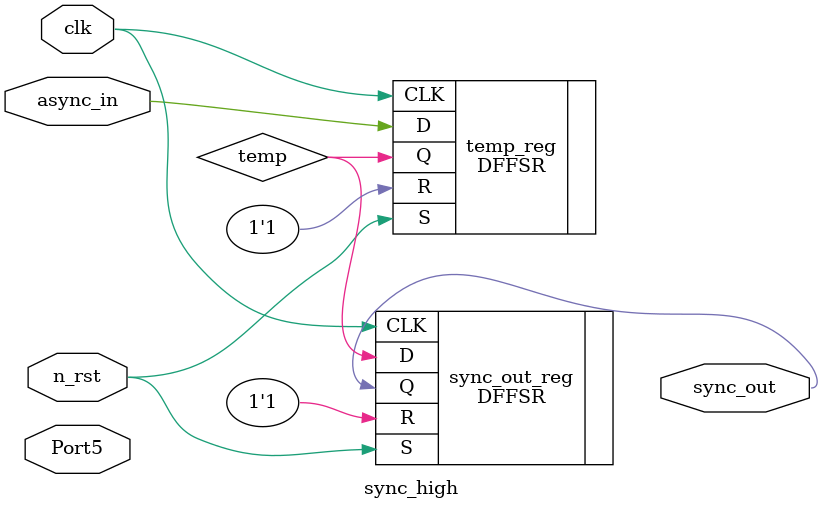
<source format=v>


module sync_high ( clk, n_rst, async_in, sync_out, Port5 );
  input clk, n_rst, async_in, Port5;
  output sync_out;
  wire   temp;

  DFFSR temp_reg ( .D(async_in), .CLK(clk), .R(1'b1), .S(n_rst), .Q(temp) );
  DFFSR sync_out_reg ( .D(temp), .CLK(clk), .R(1'b1), .S(n_rst), .Q(sync_out)
         );
endmodule


</source>
